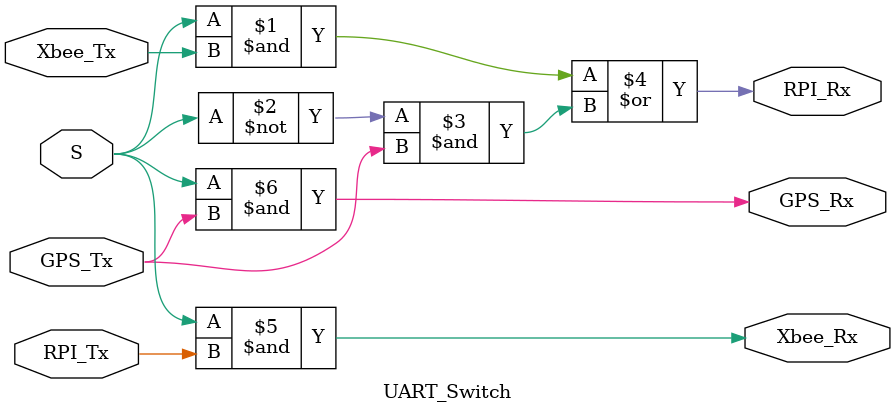
<source format=v>
module UART_Switch(
	S, 
	RPI_Rx,
	RPI_Tx,
	Xbee_Rx,
	Xbee_Tx,
	GPS_Rx,
	GPS_Tx
);


	input [0:0] S, RPI_Tx, Xbee_Tx, GPS_Tx;
	// Connect these outputs to these pins......
	output [0:0] RPI_Rx, Xbee_Rx, GPS_Rx;
	
	assign RPI_Rx  = (S & Xbee_Tx) | (~S & GPS_Tx);
	assign Xbee_Rx = (S & RPI_Tx);
	assign GPS_Rx = (S & GPS_Tx);

endmodule
</source>
